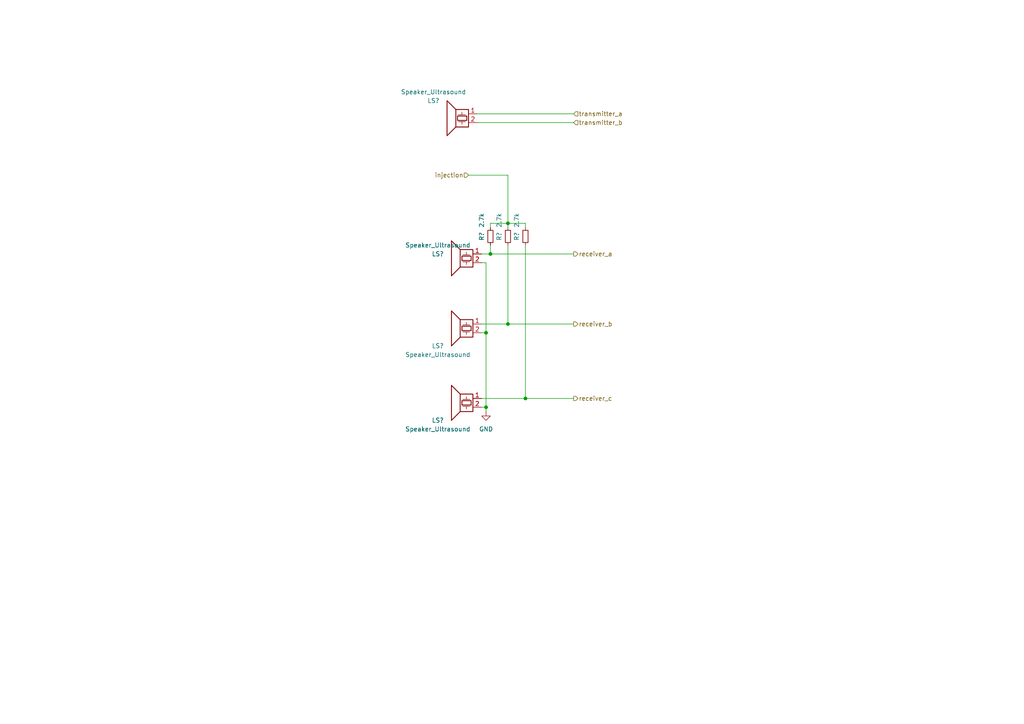
<source format=kicad_sch>
(kicad_sch (version 20211123) (generator eeschema)
  (paper "A4")
  (lib_symbols
    (symbol "Device:R_Small" (pin_numbers hide) (pin_names (offset 0.254) hide)
      (property "Reference" "R" (at 0.762 0.508 0))
      (property "Value" "R_Small" (at 0.762 -1.016 0))
      (symbol "R_Small_0_1"
        (rectangle (start -0.762 1.778) (end 0.762 -1.778) (stroke (width 0.2032)))
      )
      (symbol "R_Small_1_1"
        (pin passive line (at 0 2.54 270) (length 0.762) (name "~") (number "1"))
        (pin passive line (at 0 -2.54 90) (length 0.762) (name "~") (number "2"))
      )
    )
    (symbol "Device:Speaker_Ultrasound" (pin_names (offset 0) hide)
      (property "Reference" "LS" (at 0.635 5.715 0))
      (property "Value" "Speaker_Ultrasound" (at 0.635 3.81 0))
      (symbol "Speaker_Ultrasound_0_0"
        (rectangle (start -2.54 1.27) (end 1.143 -3.81) (stroke (width 0.254)))
        (rectangle (start -2.032 -0.635) (end 0.635 -1.905) (stroke (width 0.254)))
        (polyline (pts (xy -1.651 -2.286) (xy 0.381 -2.286)))
        (polyline (pts (xy -1.651 -0.254) (xy 0.381 -0.254)))
        (polyline (pts (xy -0.635 -2.286) (xy -0.635 -3.048)))
        (polyline (pts (xy -0.635 -0.254) (xy -0.635 0.508)))
        (polyline (pts (xy 1.143 1.27) (xy 3.683 3.81) (xy 3.683 -6.35) (xy 1.143 -3.81)) (stroke (width 0.254)))
      )
      (symbol "Speaker_Ultrasound_1_1"
        (pin input line (at -5.08 0 0) (length 2.54) (name "1") (number "1"))
        (pin input line (at -5.08 -2.54 0) (length 2.54) (name "2") (number "2"))
      )
    )
    (symbol "power:GND" (power) (pin_names (offset 0))
      (property "Value" "GND" (at 0 -3.81 0))
      (symbol "GND_0_1"
        (polyline (pts (xy 0 0) (xy 0 -1.27) (xy 1.27 -1.27) (xy 0 -2.54) (xy -1.27 -1.27) (xy 0 -1.27)))
      )
      (symbol "GND_1_1"
        (pin power_in line (at 0 0 270) (length 0) hide (name "GND") (number "1"))
      )
    )
  )
  (junction (at 152.4 115.57))
  (junction (at 140.97 96.52))
  (junction (at 140.97 118.11))
  (junction (at 147.32 93.98))
  (junction (at 142.24 73.66))
  (junction (at 147.32 64.77))
  (wire (pts (xy 138.43 35.56) (xy 166.37 35.56)))
  (wire (pts (xy 140.97 76.2) (xy 139.7 76.2)))
  (wire (pts (xy 147.32 64.77) (xy 152.4 64.77)))
  (wire (pts (xy 142.24 73.66) (xy 142.24 71.12)))
  (wire (pts (xy 140.97 118.11) (xy 140.97 119.38)))
  (wire (pts (xy 135.89 50.8) (xy 147.32 50.8)))
  (wire (pts (xy 139.7 73.66) (xy 142.24 73.66)))
  (wire (pts (xy 140.97 96.52) (xy 139.7 96.52)))
  (wire (pts (xy 142.24 64.77) (xy 147.32 64.77)))
  (wire (pts (xy 147.32 50.8) (xy 147.32 64.77)))
  (wire (pts (xy 152.4 64.77) (xy 152.4 66.04)))
  (wire (pts (xy 142.24 66.04) (xy 142.24 64.77)))
  (wire (pts (xy 139.7 93.98) (xy 147.32 93.98)))
  (wire (pts (xy 139.7 115.57) (xy 152.4 115.57)))
  (wire (pts (xy 138.43 33.02) (xy 166.37 33.02)))
  (wire (pts (xy 140.97 118.11) (xy 139.7 118.11)))
  (wire (pts (xy 142.24 73.66) (xy 166.37 73.66)))
  (wire (pts (xy 152.4 115.57) (xy 166.37 115.57)))
  (wire (pts (xy 147.32 64.77) (xy 147.32 66.04)))
  (wire (pts (xy 140.97 96.52) (xy 140.97 76.2)))
  (wire (pts (xy 140.97 118.11) (xy 140.97 96.52)))
  (wire (pts (xy 147.32 93.98) (xy 166.37 93.98)))
  (wire (pts (xy 147.32 71.12) (xy 147.32 93.98)))
  (wire (pts (xy 152.4 71.12) (xy 152.4 115.57)))
  (hierarchical_label "transmitter_a" (shape input) (at 166.37 33.02 0))
  (hierarchical_label "receiver_b" (shape output) (at 166.37 93.98 0))
  (hierarchical_label "transmitter_b" (shape input) (at 166.37 35.56 0))
  (hierarchical_label "receiver_a" (shape output) (at 166.37 73.66 0))
  (hierarchical_label "injection" (shape input) (at 135.89 50.8 180))
  (hierarchical_label "receiver_c" (shape output) (at 166.37 115.57 0))
  (symbol (lib_id "Device:R_Small") (at 142.24 68.58 0) (unit 1)
    (property "Reference" "R?" (at 139.7 69.85 90) (effects (justify left)))
    (property "Value" "2.7k" (at 139.7 66.04 90) (effects (justify left)))
  )
  (symbol (lib_id "Device:R_Small") (at 147.32 68.58 0) (unit 1)
    (property "Reference" "R?" (at 144.78 69.85 90) (effects (justify left)))
    (property "Value" "2.7k" (at 144.78 66.04 90) (effects (justify left)))
  )
  (symbol (lib_id "Device:Speaker_Ultrasound") (at 134.62 93.98 0) (mirror y) (unit 1)
    (property "Reference" "LS?" (at 127 100.33 0))
    (property "Value" "Speaker_Ultrasound" (at 127 102.87 0))
    (property "Footprint" "oe_ultrasonic:GU1007C-40TR" (effects hide))
    (property "Price" "1.27" (effects hide))
    (property "Link" "https://lcsc.com/product-detail/_INGHAi-GU1007C-40TR_C242175.html" (effects hide))
  )
  (symbol (lib_id "Device:Speaker_Ultrasound") (at 134.62 115.57 0) (mirror y) (unit 1)
    (property "Reference" "LS?" (at 127 121.92 0))
    (property "Value" "Speaker_Ultrasound" (at 127 124.46 0))
    (property "Footprint" "oe_ultrasonic:GU1007C-40TR" (effects hide))
    (property "Price" "1.27" (effects hide))
    (property "Link" "https://lcsc.com/product-detail/_INGHAi-GU1007C-40TR_C242175.html" (effects hide))
  )
  (symbol (lib_id "Device:R_Small") (at 152.4 68.58 0) (unit 1)
    (property "Reference" "R?" (at 149.86 69.85 90) (effects (justify left)))
    (property "Value" "2.7k" (at 149.86 66.04 90) (effects (justify left)))
  )
  (symbol (lib_id "power:GND") (at 140.97 119.38 0) (mirror y) (unit 1)
    (property "Reference" "#PWR?" (effects hide))
    (property "Value" "GND" (at 140.97 124.46 0))
  )
  (symbol (lib_id "Device:Speaker_Ultrasound") (at 134.62 73.66 0) (mirror y) (unit 1)
    (property "Reference" "LS?" (at 127 73.66 0))
    (property "Value" "Speaker_Ultrasound" (at 127 71.12 0))
    (property "Footprint" "oe_ultrasonic:GU1007C-40TR" (effects hide))
    (property "Price" "1.27" (effects hide))
    (property "Link" "https://lcsc.com/product-detail/_INGHAi-GU1007C-40TR_C242175.html" (effects hide))
  )
  (symbol (lib_id "Device:Speaker_Ultrasound") (at 133.35 33.02 0) (mirror y) (unit 1)
    (property "Reference" "LS?" (at 125.73 29.21 0))
    (property "Value" "Speaker_Ultrasound" (at 125.73 26.67 0))
    (property "Footprint" "oe_ultrasonic:GU1007C-40TR" (effects hide))
    (property "Link" "https://lcsc.com/product-detail/_INGHAi-GU1007C-40TR_C242175.html" (effects hide))
    (property "Price" "1.27" (effects hide))
  )
)
</source>
